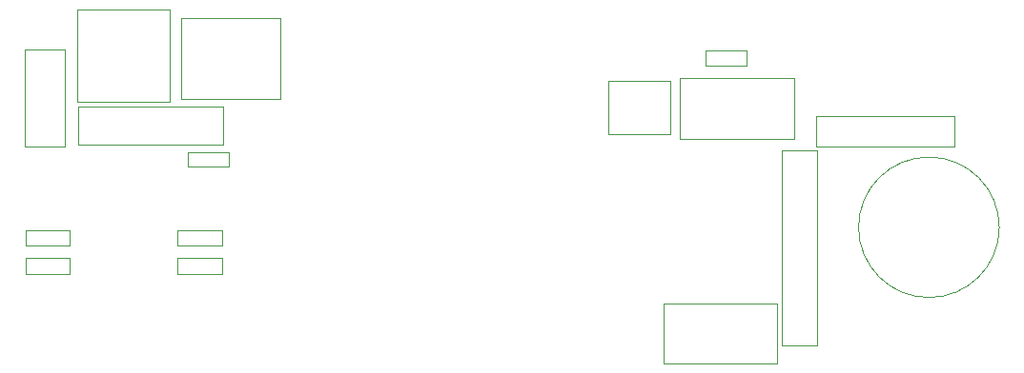
<source format=gbr>
G04 #@! TF.FileFunction,Other,User*
%FSLAX46Y46*%
G04 Gerber Fmt 4.6, Leading zero omitted, Abs format (unit mm)*
G04 Created by KiCad (PCBNEW 4.0.7) date 08/13/18 20:02:33*
%MOMM*%
%LPD*%
G01*
G04 APERTURE LIST*
%ADD10C,0.100000*%
%ADD11C,0.050000*%
G04 APERTURE END LIST*
D10*
D11*
X99250000Y-20050000D02*
G75*
G03X99250000Y-20050000I-6250000J0D01*
G01*
X73200000Y-5650000D02*
X76800000Y-5650000D01*
X73200000Y-5650000D02*
X73200000Y-4350000D01*
X76800000Y-4350000D02*
X76800000Y-5650000D01*
X76800000Y-4350000D02*
X73200000Y-4350000D01*
X27200000Y-14650000D02*
X30800000Y-14650000D01*
X27200000Y-14650000D02*
X27200000Y-13350000D01*
X30800000Y-13350000D02*
X30800000Y-14650000D01*
X30800000Y-13350000D02*
X27200000Y-13350000D01*
X25600000Y-8850000D02*
X17400000Y-8850000D01*
X17400000Y-8850000D02*
X17400000Y-650000D01*
X17400000Y-650000D02*
X25600000Y-650000D01*
X25600000Y-650000D02*
X25600000Y-8850000D01*
X95300000Y-10150000D02*
X95300000Y-12850000D01*
X95300000Y-12850000D02*
X83000000Y-12850000D01*
X83000000Y-12850000D02*
X83000000Y-10150000D01*
X83000000Y-10150000D02*
X95300000Y-10150000D01*
X16300000Y-4200000D02*
X16300000Y-12850000D01*
X16300000Y-12850000D02*
X12700000Y-12850000D01*
X12700000Y-12850000D02*
X12700000Y-4200000D01*
X12700000Y-4200000D02*
X16300000Y-4200000D01*
X64540000Y-11730000D02*
X70000000Y-11730000D01*
X64540000Y-11730000D02*
X64540000Y-6990000D01*
X70000000Y-6990000D02*
X70000000Y-11730000D01*
X70000000Y-6990000D02*
X64540000Y-6990000D01*
X83100000Y-30550000D02*
X79900000Y-30550000D01*
X79900000Y-30550000D02*
X79900000Y-13200000D01*
X79900000Y-13200000D02*
X83100000Y-13200000D01*
X83100000Y-13200000D02*
X83100000Y-30550000D01*
X16710000Y-20300000D02*
X12800000Y-20300000D01*
X16710000Y-20300000D02*
X16710000Y-21700000D01*
X12800000Y-21700000D02*
X12800000Y-20300000D01*
X12800000Y-21700000D02*
X16710000Y-21700000D01*
X16710000Y-22800000D02*
X12800000Y-22800000D01*
X16710000Y-22800000D02*
X16710000Y-24200000D01*
X12800000Y-24200000D02*
X12800000Y-22800000D01*
X12800000Y-24200000D02*
X16710000Y-24200000D01*
X26290000Y-24200000D02*
X30200000Y-24200000D01*
X26290000Y-24200000D02*
X26290000Y-22800000D01*
X30200000Y-22800000D02*
X30200000Y-24200000D01*
X30200000Y-22800000D02*
X26290000Y-22800000D01*
X26290000Y-21700000D02*
X30200000Y-21700000D01*
X26290000Y-21700000D02*
X26290000Y-20300000D01*
X30200000Y-20300000D02*
X30200000Y-21700000D01*
X30200000Y-20300000D02*
X26290000Y-20300000D01*
X70900000Y-12200000D02*
X70900000Y-6800000D01*
X70900000Y-6800000D02*
X81000000Y-6800000D01*
X81000000Y-6800000D02*
X81000000Y-12200000D01*
X81000000Y-12200000D02*
X70900000Y-12200000D01*
X69400000Y-32200000D02*
X69400000Y-26800000D01*
X69400000Y-26800000D02*
X79500000Y-26800000D01*
X79500000Y-26800000D02*
X79500000Y-32200000D01*
X79500000Y-32200000D02*
X69400000Y-32200000D01*
X26600000Y-1400000D02*
X35400000Y-1400000D01*
X26600000Y-8600000D02*
X26600000Y-1400000D01*
X35400000Y-8600000D02*
X26600000Y-8600000D01*
X35400000Y-1400000D02*
X35400000Y-8600000D01*
X30350000Y-9300000D02*
X30350000Y-12700000D01*
X30350000Y-12700000D02*
X17450000Y-12700000D01*
X17450000Y-12700000D02*
X17450000Y-9300000D01*
X17450000Y-9300000D02*
X30350000Y-9300000D01*
M02*

</source>
